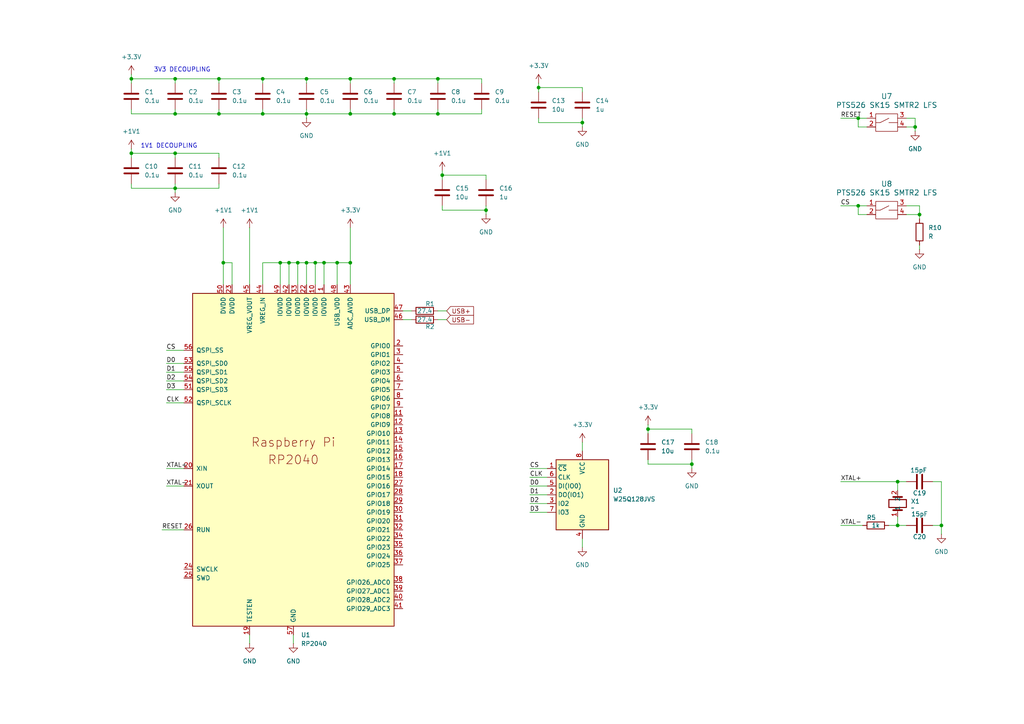
<source format=kicad_sch>
(kicad_sch (version 20231120) (generator "eeschema") (generator_version "8.0")
  (paper "A4")
  (lib_symbols
    (symbol "2024-05-28_14-35-54:PTS526_SK15_SMTR2_LFS" (pin_names (offset 0.254))
      (property "Reference" "U" (at 20.32 10.16 0))
      (property "Value" "PTS526 SK15 SMTR2 LFS" (at 20.32 7.62 0))
      (symbol "PTS526_SK15_SMTR2_LFS_1_1"
        (rectangle (start -3.81 1.27) (end 2.54 -3.81))
        (polyline (pts (xy -3.81 -1.27) (xy -2.54 -1.27)))
        (polyline (pts (xy -2.54 -1.27) (xy 0 0)))
        (polyline (pts (xy 2.54 -1.27) (xy 0 -1.27)))
        (pin passive line (at -6.35 0 0) (length 2.54) (name "") (number "1"))
        (pin passive line (at -6.35 -2.54 0) (length 2.54) (name "") (number "2"))
        (pin passive line (at 5.08 0 180) (length 2.54) (name "") (number "3"))
        (pin passive line (at 5.08 -2.54 180) (length 2.54) (name "") (number "4"))
      )
    )
    (symbol "Device:C" (pin_numbers hide) (pin_names (offset 0.254))
      (property "Reference" "C" (at 0.635 2.54 0))
      (property "Value" "C" (at 0.635 -2.54 0))
      (symbol "C_0_1"
        (polyline (pts (xy -2.032 -0.762) (xy 2.032 -0.762)) (stroke (width 0.508)))
        (polyline (pts (xy -2.032 0.762) (xy 2.032 0.762)) (stroke (width 0.508)))
      )
      (symbol "C_1_1"
        (pin passive line (at 0 3.81 270) (length 2.794) (name "~") (number "1"))
        (pin passive line (at 0 -3.81 90) (length 2.794) (name "~") (number "2"))
      )
    )
    (symbol "Device:R" (pin_numbers hide) (pin_names (offset 0))
      (property "Reference" "R" (at 2.032 0 90))
      (property "Value" "R" (at 0 0 90))
      (symbol "R_0_1"
        (rectangle (start -1.016 -2.54) (end 1.016 2.54) (stroke (width 0.254)))
      )
      (symbol "R_1_1"
        (pin passive line (at 0 3.81 270) (length 1.27) (name "~") (number "1"))
        (pin passive line (at 0 -3.81 90) (length 1.27) (name "~") (number "2"))
      )
    )
    (symbol "Device:XTAL-445"
      (property "Reference" "X" (at 0 0 0))
      (symbol "XTAL-445_0_1"
        (rectangle (start -1.143 -1.27) (end 1.143 -6.35) (stroke (width 0.3048)))
        (polyline (pts (xy -2.54 -3.81) (xy -1.905 -3.81)))
        (polyline (pts (xy -1.905 -5.08) (xy -1.905 -2.54)) (stroke (width 0.508)))
        (polyline (pts (xy 1.905 -5.08) (xy 1.905 -2.54)) (stroke (width 0.508)))
        (polyline (pts (xy 2.54 -3.81) (xy 1.905 -3.81)))
      )
      (symbol "XTAL-445_1_1"
        (pin passive line (at -3.81 -3.81 0) (length 1.27) (name "1") (number "1"))
        (pin passive line (at 3.81 -3.81 180) (length 1.27) (name "2") (number "2"))
      )
    )
    (symbol "MCU_RaspberryPi_RP2040:RP2040" (pin_names (offset 1.016))
      (property "Reference" "U" (at -29.21 49.53 0))
      (property "Value" "RP2040" (at 24.13 -49.53 0))
      (symbol "RP2040_0_0"
        (text "Raspberry Pi" (at 0 5.08 0) (effects (font (size 2.54 2.54))))
        (text "RP2040" (at 0 0 0) (effects (font (size 2.54 2.54))))
      )
      (symbol "RP2040_0_1"
        (rectangle (start 29.21 48.26) (end -29.21 -48.26) (stroke (width 0.254)) (fill (type background)))
      )
      (symbol "RP2040_1_1"
        (pin power_in line (at 8.89 50.8 270) (length 2.54) (name "IOVDD") (number "1"))
        (pin power_in line (at 6.35 50.8 270) (length 2.54) (name "IOVDD") (number "10"))
        (pin bidirectional line (at 31.75 12.7 180) (length 2.54) (name "GPIO8") (number "11"))
        (pin bidirectional line (at 31.75 10.16 180) (length 2.54) (name "GPIO9") (number "12"))
        (pin bidirectional line (at 31.75 7.62 180) (length 2.54) (name "GPIO10") (number "13"))
        (pin bidirectional line (at 31.75 5.08 180) (length 2.54) (name "GPIO11") (number "14"))
        (pin bidirectional line (at 31.75 2.54 180) (length 2.54) (name "GPIO12") (number "15"))
        (pin bidirectional line (at 31.75 0 180) (length 2.54) (name "GPIO13") (number "16"))
        (pin bidirectional line (at 31.75 -2.54 180) (length 2.54) (name "GPIO14") (number "17"))
        (pin bidirectional line (at 31.75 -5.08 180) (length 2.54) (name "GPIO15") (number "18"))
        (pin passive line (at -12.7 -50.8 90) (length 2.54) (name "TESTEN") (number "19"))
        (pin bidirectional line (at 31.75 33.02 180) (length 2.54) (name "GPIO0") (number "2"))
        (pin input line (at -31.75 -2.54 0) (length 2.54) (name "XIN") (number "20"))
        (pin passive line (at -31.75 -7.62 0) (length 2.54) (name "XOUT") (number "21"))
        (pin power_in line (at 3.81 50.8 270) (length 2.54) (name "IOVDD") (number "22"))
        (pin power_in line (at -17.78 50.8 270) (length 2.54) (name "DVDD") (number "23"))
        (pin output line (at -31.75 -31.75 0) (length 2.54) (name "SWCLK") (number "24"))
        (pin bidirectional line (at -31.75 -34.29 0) (length 2.54) (name "SWD") (number "25"))
        (pin input line (at -31.75 -20.32 0) (length 2.54) (name "RUN") (number "26"))
        (pin bidirectional line (at 31.75 -7.62 180) (length 2.54) (name "GPIO16") (number "27"))
        (pin bidirectional line (at 31.75 -10.16 180) (length 2.54) (name "GPIO17") (number "28"))
        (pin bidirectional line (at 31.75 -12.7 180) (length 2.54) (name "GPIO18") (number "29"))
        (pin bidirectional line (at 31.75 30.48 180) (length 2.54) (name "GPIO1") (number "3"))
        (pin bidirectional line (at 31.75 -15.24 180) (length 2.54) (name "GPIO19") (number "30"))
        (pin bidirectional line (at 31.75 -17.78 180) (length 2.54) (name "GPIO20") (number "31"))
        (pin bidirectional line (at 31.75 -20.32 180) (length 2.54) (name "GPIO21") (number "32"))
        (pin power_in line (at 1.27 50.8 270) (length 2.54) (name "IOVDD") (number "33"))
        (pin bidirectional line (at 31.75 -22.86 180) (length 2.54) (name "GPIO22") (number "34"))
        (pin bidirectional line (at 31.75 -25.4 180) (length 2.54) (name "GPIO23") (number "35"))
        (pin bidirectional line (at 31.75 -27.94 180) (length 2.54) (name "GPIO24") (number "36"))
        (pin bidirectional line (at 31.75 -30.48 180) (length 2.54) (name "GPIO25") (number "37"))
        (pin bidirectional line (at 31.75 -35.56 180) (length 2.54) (name "GPIO26_ADC0") (number "38"))
        (pin bidirectional line (at 31.75 -38.1 180) (length 2.54) (name "GPIO27_ADC1") (number "39"))
        (pin bidirectional line (at 31.75 27.94 180) (length 2.54) (name "GPIO2") (number "4"))
        (pin bidirectional line (at 31.75 -40.64 180) (length 2.54) (name "GPIO28_ADC2") (number "40"))
        (pin bidirectional line (at 31.75 -43.18 180) (length 2.54) (name "GPIO29_ADC3") (number "41"))
        (pin power_in line (at -1.27 50.8 270) (length 2.54) (name "IOVDD") (number "42"))
        (pin power_in line (at 16.51 50.8 270) (length 2.54) (name "ADC_AVDD") (number "43"))
        (pin power_in line (at -8.89 50.8 270) (length 2.54) (name "VREG_IN") (number "44"))
        (pin power_out line (at -12.7 50.8 270) (length 2.54) (name "VREG_VOUT") (number "45"))
        (pin bidirectional line (at 31.75 40.64 180) (length 2.54) (name "USB_DM") (number "46"))
        (pin bidirectional line (at 31.75 43.18 180) (length 2.54) (name "USB_DP") (number "47"))
        (pin power_in line (at 12.7 50.8 270) (length 2.54) (name "USB_VDD") (number "48"))
        (pin power_in line (at -3.81 50.8 270) (length 2.54) (name "IOVDD") (number "49"))
        (pin bidirectional line (at 31.75 25.4 180) (length 2.54) (name "GPIO3") (number "5"))
        (pin power_in line (at -20.32 50.8 270) (length 2.54) (name "DVDD") (number "50"))
        (pin bidirectional line (at -31.75 20.32 0) (length 2.54) (name "QSPI_SD3") (number "51"))
        (pin output line (at -31.75 16.51 0) (length 2.54) (name "QSPI_SCLK") (number "52"))
        (pin bidirectional line (at -31.75 27.94 0) (length 2.54) (name "QSPI_SD0") (number "53"))
        (pin bidirectional line (at -31.75 22.86 0) (length 2.54) (name "QSPI_SD2") (number "54"))
        (pin bidirectional line (at -31.75 25.4 0) (length 2.54) (name "QSPI_SD1") (number "55"))
        (pin bidirectional line (at -31.75 31.75 0) (length 2.54) (name "QSPI_SS") (number "56"))
        (pin power_in line (at 0 -50.8 90) (length 2.54) (name "GND") (number "57"))
        (pin bidirectional line (at 31.75 22.86 180) (length 2.54) (name "GPIO4") (number "6"))
        (pin bidirectional line (at 31.75 20.32 180) (length 2.54) (name "GPIO5") (number "7"))
        (pin bidirectional line (at 31.75 17.78 180) (length 2.54) (name "GPIO6") (number "8"))
        (pin bidirectional line (at 31.75 15.24 180) (length 2.54) (name "GPIO7") (number "9"))
      )
    )
    (symbol "Memory_Flash:W25Q128JVS"
      (property "Reference" "U" (at -8.89 8.89 0))
      (property "Value" "W25Q128JVS" (at 7.62 8.89 0))
      (symbol "W25Q128JVS_0_1"
        (rectangle (start -7.62 10.16) (end 7.62 -10.16) (stroke (width 0.254)) (fill (type background)))
      )
      (symbol "W25Q128JVS_1_1"
        (pin input line (at -10.16 7.62 0) (length 2.54) (name "~{CS}") (number "1"))
        (pin bidirectional line (at -10.16 0 0) (length 2.54) (name "DO(IO1)") (number "2"))
        (pin bidirectional line (at -10.16 -2.54 0) (length 2.54) (name "IO2") (number "3"))
        (pin power_in line (at 0 -12.7 90) (length 2.54) (name "GND") (number "4"))
        (pin bidirectional line (at -10.16 2.54 0) (length 2.54) (name "DI(IO0)") (number "5"))
        (pin input line (at -10.16 5.08 0) (length 2.54) (name "CLK") (number "6"))
        (pin bidirectional line (at -10.16 -5.08 0) (length 2.54) (name "IO3") (number "7"))
        (pin power_in line (at 0 12.7 270) (length 2.54) (name "VCC") (number "8"))
      )
    )
    (symbol "power:+1V1" (power) (pin_numbers hide) (pin_names (offset 0) hide)
      (property "Value" "+1V1" (at 0 3.556 0))
      (symbol "+1V1_0_1"
        (polyline (pts (xy -0.762 1.27) (xy 0 2.54)))
        (polyline (pts (xy 0 0) (xy 0 2.54)))
        (polyline (pts (xy 0 2.54) (xy 0.762 1.27)))
      )
      (symbol "+1V1_1_1"
        (pin power_in line (at 0 0 90) (length 0) (name "~") (number "1"))
      )
    )
    (symbol "power:+3.3V" (power) (pin_numbers hide) (pin_names (offset 0) hide)
      (property "Value" "+3.3V" (at 0 3.556 0))
      (symbol "+3.3V_0_1"
        (polyline (pts (xy -0.762 1.27) (xy 0 2.54)))
        (polyline (pts (xy 0 0) (xy 0 2.54)))
        (polyline (pts (xy 0 2.54) (xy 0.762 1.27)))
      )
      (symbol "+3.3V_1_1"
        (pin power_in line (at 0 0 90) (length 0) (name "~") (number "1"))
      )
    )
    (symbol "power:GND" (power) (pin_numbers hide) (pin_names (offset 0) hide)
      (property "Value" "GND" (at 0 -3.81 0))
      (symbol "GND_0_1"
        (polyline (pts (xy 0 0) (xy 0 -1.27) (xy 1.27 -1.27) (xy 0 -2.54) (xy -1.27 -1.27) (xy 0 -1.27)))
      )
      (symbol "GND_1_1"
        (pin power_in line (at 0 0 270) (length 0) (name "~") (number "1"))
      )
    )
  )
  (junction (at 187.96 124.46))
  (junction (at 63.5 33.02))
  (junction (at 76.2 33.02))
  (junction (at 50.8 54.61))
  (junction (at 168.91 35.56))
  (junction (at 140.97 60.96))
  (junction (at 97.79 76.2))
  (junction (at 266.7 62.23))
  (junction (at 127 22.86))
  (junction (at 248.92 59.69))
  (junction (at 38.1 22.86))
  (junction (at 50.8 44.45))
  (junction (at 273.05 152.4))
  (junction (at 88.9 22.86))
  (junction (at 114.3 22.86))
  (junction (at 156.21 25.4))
  (junction (at 50.8 22.86))
  (junction (at 101.6 76.2))
  (junction (at 200.66 134.62))
  (junction (at 128.27 50.8))
  (junction (at 93.98 76.2))
  (junction (at 265.43 36.83))
  (junction (at 114.3 33.02))
  (junction (at 260.35 152.4))
  (junction (at 101.6 33.02))
  (junction (at 64.77 76.2))
  (junction (at 91.44 76.2))
  (junction (at 101.6 22.86))
  (junction (at 63.5 22.86))
  (junction (at 86.36 76.2))
  (junction (at 81.28 76.2))
  (junction (at 50.8 33.02))
  (junction (at 248.92 34.29))
  (junction (at 127 33.02))
  (junction (at 88.9 33.02))
  (junction (at 83.82 76.2))
  (junction (at 76.2 22.86))
  (junction (at 38.1 44.45))
  (junction (at 88.9 76.2))
  (junction (at 260.35 139.7))
  (wire (pts (xy 38.1 33.02) (xy 38.1 31.75)))
  (wire (pts (xy 97.79 82.55) (xy 97.79 76.2)))
  (wire (pts (xy 200.66 134.62) (xy 200.66 135.89)))
  (wire (pts (xy 266.7 71.12) (xy 266.7 72.39)))
  (wire (pts (xy 38.1 21.59) (xy 38.1 22.86)))
  (wire (pts (xy 50.8 53.34) (xy 50.8 54.61)))
  (wire (pts (xy 63.5 22.86) (xy 76.2 22.86)))
  (wire (pts (xy 88.9 76.2) (xy 91.44 76.2)))
  (wire (pts (xy 38.1 22.86) (xy 50.8 22.86)))
  (wire (pts (xy 257.81 152.4) (xy 260.35 152.4)))
  (wire (pts (xy 50.8 54.61) (xy 50.8 55.88)))
  (wire (pts (xy 156.21 35.56) (xy 168.91 35.56)))
  (wire (pts (xy 38.1 45.72) (xy 38.1 44.45)))
  (wire (pts (xy 101.6 33.02) (xy 88.9 33.02)))
  (wire (pts (xy 262.89 36.83) (xy 265.43 36.83)))
  (wire (pts (xy 273.05 152.4) (xy 270.51 152.4)))
  (wire (pts (xy 260.35 139.7) (xy 262.89 139.7)))
  (wire (pts (xy 101.6 31.75) (xy 101.6 33.02)))
  (wire (pts (xy 88.9 31.75) (xy 88.9 33.02)))
  (wire (pts (xy 139.7 31.75) (xy 139.7 33.02)))
  (wire (pts (xy 81.28 76.2) (xy 81.28 82.55)))
  (wire (pts (xy 93.98 76.2) (xy 97.79 76.2)))
  (wire (pts (xy 83.82 76.2) (xy 83.82 82.55)))
  (wire (pts (xy 91.44 82.55) (xy 91.44 76.2)))
  (wire (pts (xy 243.84 59.69) (xy 248.92 59.69)))
  (wire (pts (xy 128.27 49.53) (xy 128.27 50.8)))
  (wire (pts (xy 50.8 22.86) (xy 63.5 22.86)))
  (wire (pts (xy 38.1 44.45) (xy 50.8 44.45)))
  (wire (pts (xy 88.9 33.02) (xy 76.2 33.02)))
  (wire (pts (xy 187.96 124.46) (xy 187.96 125.73)))
  (wire (pts (xy 127 22.86) (xy 127 24.13)))
  (wire (pts (xy 114.3 31.75) (xy 114.3 33.02)))
  (wire (pts (xy 114.3 22.86) (xy 114.3 24.13)))
  (wire (pts (xy 48.26 110.49) (xy 53.34 110.49)))
  (wire (pts (xy 266.7 59.69) (xy 266.7 62.23)))
  (wire (pts (xy 64.77 66.04) (xy 64.77 76.2)))
  (wire (pts (xy 46.99 153.67) (xy 53.34 153.67)))
  (wire (pts (xy 101.6 66.04) (xy 101.6 76.2)))
  (wire (pts (xy 97.79 76.2) (xy 101.6 76.2)))
  (wire (pts (xy 153.67 138.43) (xy 158.75 138.43)))
  (wire (pts (xy 88.9 22.86) (xy 88.9 24.13)))
  (wire (pts (xy 114.3 33.02) (xy 101.6 33.02)))
  (wire (pts (xy 266.7 62.23) (xy 266.7 63.5)))
  (wire (pts (xy 72.39 184.15) (xy 72.39 186.69)))
  (wire (pts (xy 262.89 62.23) (xy 266.7 62.23)))
  (wire (pts (xy 251.46 36.83) (xy 248.92 36.83)))
  (wire (pts (xy 64.77 76.2) (xy 64.77 82.55)))
  (wire (pts (xy 273.05 139.7) (xy 273.05 152.4)))
  (wire (pts (xy 48.26 116.84) (xy 53.34 116.84)))
  (wire (pts (xy 48.26 107.95) (xy 53.34 107.95)))
  (wire (pts (xy 156.21 34.29) (xy 156.21 35.56)))
  (wire (pts (xy 243.84 139.7) (xy 260.35 139.7)))
  (wire (pts (xy 63.5 31.75) (xy 63.5 33.02)))
  (wire (pts (xy 88.9 33.02) (xy 88.9 34.29)))
  (wire (pts (xy 48.26 135.89) (xy 53.34 135.89)))
  (wire (pts (xy 260.35 152.4) (xy 260.35 149.86)))
  (wire (pts (xy 168.91 156.21) (xy 168.91 158.75)))
  (wire (pts (xy 48.26 101.6) (xy 53.34 101.6)))
  (wire (pts (xy 270.51 139.7) (xy 273.05 139.7)))
  (wire (pts (xy 153.67 143.51) (xy 158.75 143.51)))
  (wire (pts (xy 67.31 76.2) (xy 64.77 76.2)))
  (wire (pts (xy 128.27 60.96) (xy 140.97 60.96)))
  (wire (pts (xy 128.27 59.69) (xy 128.27 60.96)))
  (wire (pts (xy 48.26 140.97) (xy 53.34 140.97)))
  (wire (pts (xy 91.44 76.2) (xy 93.98 76.2)))
  (wire (pts (xy 50.8 54.61) (xy 63.5 54.61)))
  (wire (pts (xy 262.89 152.4) (xy 260.35 152.4)))
  (wire (pts (xy 140.97 60.96) (xy 140.97 62.23)))
  (wire (pts (xy 139.7 33.02) (xy 127 33.02)))
  (wire (pts (xy 243.84 34.29) (xy 248.92 34.29)))
  (wire (pts (xy 140.97 59.69) (xy 140.97 60.96)))
  (wire (pts (xy 76.2 33.02) (xy 63.5 33.02)))
  (wire (pts (xy 153.67 135.89) (xy 158.75 135.89)))
  (wire (pts (xy 86.36 76.2) (xy 88.9 76.2)))
  (wire (pts (xy 156.21 25.4) (xy 168.91 25.4)))
  (wire (pts (xy 153.67 140.97) (xy 158.75 140.97)))
  (wire (pts (xy 63.5 33.02) (xy 50.8 33.02)))
  (wire (pts (xy 48.26 113.03) (xy 53.34 113.03)))
  (wire (pts (xy 200.66 125.73) (xy 200.66 124.46)))
  (wire (pts (xy 156.21 24.13) (xy 156.21 25.4)))
  (wire (pts (xy 248.92 36.83) (xy 248.92 34.29)))
  (wire (pts (xy 127 22.86) (xy 139.7 22.86)))
  (wire (pts (xy 38.1 54.61) (xy 50.8 54.61)))
  (wire (pts (xy 76.2 82.55) (xy 76.2 76.2)))
  (wire (pts (xy 187.96 133.35) (xy 187.96 134.62)))
  (wire (pts (xy 265.43 34.29) (xy 262.89 34.29)))
  (wire (pts (xy 127 31.75) (xy 127 33.02)))
  (wire (pts (xy 128.27 50.8) (xy 128.27 52.07)))
  (wire (pts (xy 81.28 76.2) (xy 83.82 76.2)))
  (wire (pts (xy 187.96 124.46) (xy 200.66 124.46)))
  (wire (pts (xy 101.6 22.86) (xy 101.6 24.13)))
  (wire (pts (xy 83.82 76.2) (xy 86.36 76.2)))
  (wire (pts (xy 50.8 22.86) (xy 50.8 24.13)))
  (wire (pts (xy 248.92 62.23) (xy 248.92 59.69)))
  (wire (pts (xy 50.8 31.75) (xy 50.8 33.02)))
  (wire (pts (xy 168.91 128.27) (xy 168.91 130.81)))
  (wire (pts (xy 63.5 54.61) (xy 63.5 53.34)))
  (wire (pts (xy 265.43 36.83) (xy 265.43 34.29)))
  (wire (pts (xy 153.67 148.59) (xy 158.75 148.59)))
  (wire (pts (xy 101.6 22.86) (xy 114.3 22.86)))
  (wire (pts (xy 63.5 44.45) (xy 63.5 45.72)))
  (wire (pts (xy 251.46 62.23) (xy 248.92 62.23)))
  (wire (pts (xy 38.1 43.18) (xy 38.1 44.45)))
  (wire (pts (xy 50.8 44.45) (xy 50.8 45.72)))
  (wire (pts (xy 76.2 22.86) (xy 76.2 24.13)))
  (wire (pts (xy 187.96 134.62) (xy 200.66 134.62)))
  (wire (pts (xy 38.1 24.13) (xy 38.1 22.86)))
  (wire (pts (xy 72.39 66.04) (xy 72.39 82.55)))
  (wire (pts (xy 88.9 76.2) (xy 88.9 82.55)))
  (wire (pts (xy 168.91 35.56) (xy 168.91 36.83)))
  (wire (pts (xy 116.84 92.71) (xy 119.38 92.71)))
  (wire (pts (xy 243.84 152.4) (xy 250.19 152.4)))
  (wire (pts (xy 168.91 26.67) (xy 168.91 25.4)))
  (wire (pts (xy 127 92.71) (xy 129.54 92.71)))
  (wire (pts (xy 127 33.02) (xy 114.3 33.02)))
  (wire (pts (xy 187.96 123.19) (xy 187.96 124.46)))
  (wire (pts (xy 38.1 53.34) (xy 38.1 54.61)))
  (wire (pts (xy 50.8 33.02) (xy 38.1 33.02)))
  (wire (pts (xy 128.27 50.8) (xy 140.97 50.8)))
  (wire (pts (xy 86.36 76.2) (xy 86.36 82.55)))
  (wire (pts (xy 260.35 142.24) (xy 260.35 139.7)))
  (wire (pts (xy 101.6 76.2) (xy 101.6 82.55)))
  (wire (pts (xy 67.31 76.2) (xy 67.31 82.55)))
  (wire (pts (xy 156.21 25.4) (xy 156.21 26.67)))
  (wire (pts (xy 273.05 152.4) (xy 273.05 154.94)))
  (wire (pts (xy 76.2 76.2) (xy 81.28 76.2)))
  (wire (pts (xy 88.9 22.86) (xy 101.6 22.86)))
  (wire (pts (xy 48.26 105.41) (xy 53.34 105.41)))
  (wire (pts (xy 116.84 90.17) (xy 119.38 90.17)))
  (wire (pts (xy 114.3 22.86) (xy 127 22.86)))
  (wire (pts (xy 76.2 22.86) (xy 88.9 22.86)))
  (wire (pts (xy 139.7 22.86) (xy 139.7 24.13)))
  (wire (pts (xy 63.5 22.86) (xy 63.5 24.13)))
  (wire (pts (xy 127 90.17) (xy 129.54 90.17)))
  (wire (pts (xy 85.09 184.15) (xy 85.09 186.69)))
  (wire (pts (xy 76.2 31.75) (xy 76.2 33.02)))
  (wire (pts (xy 168.91 35.56) (xy 168.91 34.29)))
  (wire (pts (xy 265.43 38.1) (xy 265.43 36.83)))
  (wire (pts (xy 50.8 44.45) (xy 63.5 44.45)))
  (wire (pts (xy 248.92 34.29) (xy 251.46 34.29)))
  (wire (pts (xy 140.97 52.07) (xy 140.97 50.8)))
  (wire (pts (xy 93.98 76.2) (xy 93.98 82.55)))
  (wire (pts (xy 200.66 134.62) (xy 200.66 133.35)))
  (wire (pts (xy 248.92 59.69) (xy 251.46 59.69)))
  (wire (pts (xy 153.67 146.05) (xy 158.75 146.05)))
  (wire (pts (xy 262.89 59.69) (xy 266.7 59.69)))
  (text "3V3 DECOUPLING" (at 52.832 20.32 0) (effects (font (size 1.27 1.27))))
  (text "1V1 DECOUPLING" (at 49.022 42.418 0) (effects (font (size 1.27 1.27))))
  (label "D2" (at 48.26 110.49 0))
  (label "CS" (at 48.26 101.6 0))
  (label "CLK" (at 48.26 116.84 0))
  (label "D3" (at 48.26 113.03 0))
  (label "D3" (at 153.67 148.59 0))
  (label "XTAL+" (at 48.26 135.89 0))
  (label "XTAL-" (at 243.84 152.4 0))
  (label "D1" (at 48.26 107.95 0))
  (label "CS" (at 153.67 135.89 0))
  (label "D0" (at 48.26 105.41 0))
  (label "XTAL-" (at 48.26 140.97 0))
  (label "CLK" (at 153.67 138.43 0))
  (label "CS" (at 243.84 59.69 0))
  (label "RESET" (at 243.84 34.29 0))
  (label "XTAL+" (at 243.84 139.7 0))
  (label "D1" (at 153.67 143.51 0))
  (label "RESET" (at 46.99 153.67 0))
  (label "D2" (at 153.67 146.05 0))
  (label "D0" (at 153.67 140.97 0))
  (global_label "USB-" (shape input) (at 129.54 92.71 0) (property "Intersheetrefs" "${INTERSHEET_REFS}" (effects (hide yes))))
  (global_label "USB+" (shape input) (at 129.54 90.17 0) (property "Intersheetrefs" "${INTERSHEET_REFS}" (effects (hide yes))))
  (symbol (lib_id "power:+1V1") (at 72.39 66.04 0) (unit 1)
    (property "Reference" "#PWR01" (effects (hide yes)))
    (property "Value" "+1V1" (at 72.39 60.96 0))
    (property "Description" "Power symbol creates a global label with name \"+1V1\"" (effects (hide yes)))
  )
  (symbol (lib_id "Device:R") (at 266.7 67.31 0) (unit 1)
    (property "Reference" "R10" (at 269.24 66.0399 0) (effects (justify left)))
    (property "Value" "R" (at 269.24 68.5799 0) (effects (justify left)))
    (property "Footprint" "Resistor_SMD:R_0805_2012Metric_Pad1.20x1.40mm_HandSolder" (effects (hide yes)))
    (property "Description" "Resistor" (effects (hide yes)))
  )
  (symbol (lib_id "Device:C") (at 63.5 27.94 0) (unit 1)
    (property "Reference" "C3" (at 67.31 26.6699 0) (effects (justify left)))
    (property "Value" "0.1u" (at 67.31 29.2099 0) (effects (justify left)))
    (property "Footprint" "Capacitor_SMD:C_0402_1005Metric_Pad0.74x0.62mm_HandSolder" (effects (hide yes)))
    (property "Description" "Unpolarized capacitor" (effects (hide yes)))
  )
  (symbol (lib_id "Device:R") (at 123.19 90.17 90) (unit 1)
    (property "Reference" "R1" (at 124.714 88.138 90))
    (property "Value" "27.4" (at 123.19 90.17 90))
    (property "Footprint" "Resistor_SMD:R_0603_1608Metric_Pad0.98x0.95mm_HandSolder" (effects (hide yes)))
    (property "Description" "Resistor" (effects (hide yes)))
  )
  (symbol (lib_id "power:GND") (at 72.39 186.69 0) (unit 1)
    (property "Reference" "#PWR03" (effects (hide yes)))
    (property "Value" "GND" (at 72.39 191.77 0))
    (property "Description" "Power symbol creates a global label with name \"GND\" , ground" (effects (hide yes)))
  )
  (symbol (lib_id "power:+3.3V") (at 187.96 123.19 0) (unit 1)
    (property "Reference" "#PWR016" (effects (hide yes)))
    (property "Value" "+3.3V" (at 187.96 118.11 0))
    (property "Description" "Power symbol creates a global label with name \"+3.3V\"" (effects (hide yes)))
  )
  (symbol (lib_id "MCU_RaspberryPi_RP2040:RP2040") (at 85.09 133.35 0) (unit 1)
    (property "Reference" "U1" (at 87.2841 184.15 0) (effects (justify left)))
    (property "Value" "RP2040" (at 87.2841 186.69 0) (effects (justify left)))
    (property "Footprint" "RP2040_minimal_r2:RP2040-QFN-56" (effects (hide yes)))
  )
  (symbol (lib_id "Device:C") (at 187.96 129.54 0) (unit 1)
    (property "Reference" "C17" (at 191.77 128.2699 0) (effects (justify left)))
    (property "Value" "10u" (at 191.77 130.8099 0) (effects (justify left)))
    (property "Footprint" "Capacitor_SMD:C_0805_2012Metric_Pad1.18x1.45mm_HandSolder" (effects (hide yes)))
    (property "Description" "Unpolarized capacitor" (effects (hide yes)))
  )
  (symbol (lib_id "power:+3.3V") (at 38.1 21.59 0) (unit 1)
    (property "Reference" "#PWR09" (effects (hide yes)))
    (property "Value" "+3.3V" (at 38.1 16.51 0))
    (property "Description" "Power symbol creates a global label with name \"+3.3V\"" (effects (hide yes)))
  )
  (symbol (lib_id "Device:C") (at 139.7 27.94 0) (unit 1)
    (property "Reference" "C9" (at 143.51 26.6699 0) (effects (justify left)))
    (property "Value" "0.1u" (at 143.51 29.2099 0) (effects (justify left)))
    (property "Footprint" "Capacitor_SMD:C_0402_1005Metric_Pad0.74x0.62mm_HandSolder" (effects (hide yes)))
    (property "Description" "Unpolarized capacitor" (effects (hide yes)))
  )
  (symbol (lib_id "power:GND") (at 273.05 154.94 0) (unit 1)
    (property "Reference" "#PWR025" (effects (hide yes)))
    (property "Value" "GND" (at 273.05 160.02 0))
    (property "Description" "Power symbol creates a global label with name \"GND\" , ground" (effects (hide yes)))
  )
  (symbol (lib_id "Device:C") (at 50.8 27.94 0) (unit 1)
    (property "Reference" "C2" (at 54.61 26.6699 0) (effects (justify left)))
    (property "Value" "0.1u" (at 54.61 29.2099 0) (effects (justify left)))
    (property "Footprint" "Capacitor_SMD:C_0402_1005Metric_Pad0.74x0.62mm_HandSolder" (effects (hide yes)))
    (property "Description" "Unpolarized capacitor" (effects (hide yes)))
  )
  (symbol (lib_id "Device:C") (at 266.7 139.7 90) (unit 1)
    (property "Reference" "C19" (at 266.7 143.002 90))
    (property "Value" "15pF" (at 266.446 136.398 90))
    (property "Footprint" "Capacitor_SMD:C_0402_1005Metric_Pad0.74x0.62mm_HandSolder" (effects (hide yes)))
    (property "Description" "Unpolarized capacitor" (effects (hide yes)))
  )
  (symbol (lib_id "Device:C") (at 101.6 27.94 0) (unit 1)
    (property "Reference" "C6" (at 105.41 26.6699 0) (effects (justify left)))
    (property "Value" "0.1u" (at 105.41 29.2099 0) (effects (justify left)))
    (property "Footprint" "Capacitor_SMD:C_0402_1005Metric_Pad0.74x0.62mm_HandSolder" (effects (hide yes)))
    (property "Description" "Unpolarized capacitor" (effects (hide yes)))
  )
  (symbol (lib_id "power:GND") (at 50.8 55.88 0) (unit 1)
    (property "Reference" "#PWR010" (effects (hide yes)))
    (property "Value" "GND" (at 50.8 60.96 0))
    (property "Description" "Power symbol creates a global label with name \"GND\" , ground" (effects (hide yes)))
  )
  (symbol (lib_id "Device:C") (at 266.7 152.4 90) (unit 1)
    (property "Reference" "C20" (at 266.7 155.702 90))
    (property "Value" "15pF" (at 266.7 149.098 90))
    (property "Footprint" "Capacitor_SMD:C_0402_1005Metric_Pad0.74x0.62mm_HandSolder" (effects (hide yes)))
    (property "Description" "Unpolarized capacitor" (effects (hide yes)))
  )
  (symbol (lib_id "power:+1V1") (at 128.27 49.53 0) (unit 1)
    (property "Reference" "#PWR014" (effects (hide yes)))
    (property "Value" "+1V1" (at 128.27 44.45 0))
    (property "Description" "Power symbol creates a global label with name \"+1V1\"" (effects (hide yes)))
  )
  (symbol (lib_id "Device:R") (at 254 152.4 90) (unit 1)
    (property "Reference" "R5" (at 252.73 150.114 90))
    (property "Value" "1k" (at 254 152.4 90))
    (property "Footprint" "Resistor_SMD:R_0805_2012Metric_Pad1.20x1.40mm_HandSolder" (effects (hide yes)))
    (property "Description" "Resistor" (effects (hide yes)))
  )
  (symbol (lib_id "power:GND") (at 266.7 72.39 0) (unit 1)
    (property "Reference" "#PWR040" (effects (hide yes)))
    (property "Value" "GND" (at 266.7 77.47 0))
    (property "Description" "Power symbol creates a global label with name \"GND\" , ground" (effects (hide yes)))
  )
  (symbol (lib_id "power:GND") (at 85.09 186.69 0) (unit 1)
    (property "Reference" "#PWR04" (effects (hide yes)))
    (property "Value" "GND" (at 85.09 191.77 0))
    (property "Description" "Power symbol creates a global label with name \"GND\" , ground" (effects (hide yes)))
  )
  (symbol (lib_id "Device:C") (at 114.3 27.94 0) (unit 1)
    (property "Reference" "C7" (at 118.11 26.6699 0) (effects (justify left)))
    (property "Value" "0.1u" (at 118.11 29.2099 0) (effects (justify left)))
    (property "Footprint" "Capacitor_SMD:C_0402_1005Metric_Pad0.74x0.62mm_HandSolder" (effects (hide yes)))
    (property "Description" "Unpolarized capacitor" (effects (hide yes)))
  )
  (symbol (lib_id "Memory_Flash:W25Q128JVS") (at 168.91 143.51 0) (unit 1)
    (property "Reference" "U2" (at 177.8 142.2399 0) (effects (justify left)))
    (property "Value" "W25Q128JVS" (at 177.8 144.7799 0) (effects (justify left)))
    (property "Footprint" "Package_SO:SOIC-8_5.23x5.23mm_P1.27mm" (effects (hide yes)))
    (property "Datasheet" "http://www.winbond.com/resource-files/w25q128jv_dtr%20revc%2003272018%20plus.pdf" (effects (hide yes)))
    (property "Description" "128Mb Serial Flash Memory, Standard/Dual/Quad SPI, SOIC-8" (effects (hide yes)))
  )
  (symbol (lib_id "power:+1V1") (at 38.1 43.18 0) (unit 1)
    (property "Reference" "#PWR08" (effects (hide yes)))
    (property "Value" "+1V1" (at 38.1 38.1 0))
    (property "Description" "Power symbol creates a global label with name \"+1V1\"" (effects (hide yes)))
  )
  (symbol (lib_id "power:+1V1") (at 64.77 66.04 0) (unit 1)
    (property "Reference" "#PWR07" (effects (hide yes)))
    (property "Value" "+1V1" (at 64.77 60.96 0))
    (property "Description" "Power symbol creates a global label with name \"+1V1\"" (effects (hide yes)))
  )
  (symbol (lib_id "Device:R") (at 123.19 92.71 90) (unit 1)
    (property "Reference" "R2" (at 124.714 94.742 90))
    (property "Value" "27.4" (at 123.19 92.71 90))
    (property "Footprint" "Resistor_SMD:R_0603_1608Metric_Pad0.98x0.95mm_HandSolder" (effects (hide yes)))
    (property "Description" "Resistor" (effects (hide yes)))
  )
  (symbol (lib_id "Device:XTAL-445") (at 256.54 146.05 90) (unit 1)
    (property "Reference" "X1" (at 264.16 145.4149 90) (effects (justify right)))
    (property "Value" "~" (at 264.16 147.32 90) (effects (justify right)))
    (property "Footprint" "custom:XTAL-445" (effects (hide yes)))
  )
  (symbol (lib_id "Device:C") (at 50.8 49.53 0) (unit 1)
    (property "Reference" "C11" (at 54.61 48.2599 0) (effects (justify left)))
    (property "Value" "0.1u" (at 54.61 50.7999 0) (effects (justify left)))
    (property "Footprint" "Capacitor_SMD:C_0402_1005Metric_Pad0.74x0.62mm_HandSolder" (effects (hide yes)))
    (property "Description" "Unpolarized capacitor" (effects (hide yes)))
  )
  (symbol (lib_id "Device:C") (at 127 27.94 0) (unit 1)
    (property "Reference" "C8" (at 130.81 26.6699 0) (effects (justify left)))
    (property "Value" "0.1u" (at 130.81 29.2099 0) (effects (justify left)))
    (property "Footprint" "Capacitor_SMD:C_0402_1005Metric_Pad0.74x0.62mm_HandSolder" (effects (hide yes)))
    (property "Description" "Unpolarized capacitor" (effects (hide yes)))
  )
  (symbol (lib_id "Device:C") (at 140.97 55.88 0) (unit 1)
    (property "Reference" "C16" (at 144.78 54.6099 0) (effects (justify left)))
    (property "Value" "1u" (at 144.78 57.1499 0) (effects (justify left)))
    (property "Footprint" "Capacitor_SMD:C_0805_2012Metric_Pad1.18x1.45mm_HandSolder" (effects (hide yes)))
    (property "Description" "Unpolarized capacitor" (effects (hide yes)))
  )
  (symbol (lib_id "Device:C") (at 168.91 30.48 0) (unit 1)
    (property "Reference" "C14" (at 172.72 29.2099 0) (effects (justify left)))
    (property "Value" "1u" (at 172.72 31.7499 0) (effects (justify left)))
    (property "Footprint" "Capacitor_SMD:C_0805_2012Metric_Pad1.18x1.45mm_HandSolder" (effects (hide yes)))
    (property "Description" "Unpolarized capacitor" (effects (hide yes)))
  )
  (symbol (lib_id "power:+3.3V") (at 156.21 24.13 0) (unit 1)
    (property "Reference" "#PWR012" (effects (hide yes)))
    (property "Value" "+3.3V" (at 156.21 19.05 0))
    (property "Description" "Power symbol creates a global label with name \"+3.3V\"" (effects (hide yes)))
  )
  (symbol (lib_id "power:GND") (at 168.91 36.83 0) (unit 1)
    (property "Reference" "#PWR013" (effects (hide yes)))
    (property "Value" "GND" (at 168.91 41.91 0))
    (property "Description" "Power symbol creates a global label with name \"GND\" , ground" (effects (hide yes)))
  )
  (symbol (lib_id "power:GND") (at 265.43 38.1 0) (unit 1)
    (property "Reference" "#PWR039" (effects (hide yes)))
    (property "Value" "GND" (at 265.43 43.18 0))
    (property "Description" "Power symbol creates a global label with name \"GND\" , ground" (effects (hide yes)))
  )
  (symbol (lib_id "Device:C") (at 156.21 30.48 0) (unit 1)
    (property "Reference" "C13" (at 160.02 29.2099 0) (effects (justify left)))
    (property "Value" "10u" (at 160.02 31.7499 0) (effects (justify left)))
    (property "Footprint" "Capacitor_SMD:C_0805_2012Metric_Pad1.18x1.45mm_HandSolder" (effects (hide yes)))
    (property "Description" "Unpolarized capacitor" (effects (hide yes)))
  )
  (symbol (lib_id "Device:C") (at 88.9 27.94 0) (unit 1)
    (property "Reference" "C5" (at 92.71 26.6699 0) (effects (justify left)))
    (property "Value" "0.1u" (at 92.71 29.2099 0) (effects (justify left)))
    (property "Footprint" "Capacitor_SMD:C_0402_1005Metric_Pad0.74x0.62mm_HandSolder" (effects (hide yes)))
    (property "Description" "Unpolarized capacitor" (effects (hide yes)))
  )
  (symbol (lib_id "power:GND") (at 88.9 34.29 0) (unit 1)
    (property "Reference" "#PWR011" (effects (hide yes)))
    (property "Value" "GND" (at 88.9 39.37 0))
    (property "Description" "Power symbol creates a global label with name \"GND\" , ground" (effects (hide yes)))
  )
  (symbol (lib_id "Device:C") (at 38.1 49.53 0) (unit 1)
    (property "Reference" "C10" (at 41.91 48.2599 0) (effects (justify left)))
    (property "Value" "0.1u" (at 41.91 50.7999 0) (effects (justify left)))
    (property "Footprint" "Capacitor_SMD:C_0402_1005Metric_Pad0.74x0.62mm_HandSolder" (effects (hide yes)))
    (property "Description" "Unpolarized capacitor" (effects (hide yes)))
  )
  (symbol (lib_id "power:+3.3V") (at 168.91 128.27 0) (unit 1)
    (property "Reference" "#PWR05" (effects (hide yes)))
    (property "Value" "+3.3V" (at 168.91 123.19 0))
    (property "Description" "Power symbol creates a global label with name \"+3.3V\"" (effects (hide yes)))
  )
  (symbol (lib_id "Device:C") (at 76.2 27.94 0) (unit 1)
    (property "Reference" "C4" (at 80.01 26.6699 0) (effects (justify left)))
    (property "Value" "0.1u" (at 80.01 29.2099 0) (effects (justify left)))
    (property "Footprint" "Capacitor_SMD:C_0402_1005Metric_Pad0.74x0.62mm_HandSolder" (effects (hide yes)))
    (property "Description" "Unpolarized capacitor" (effects (hide yes)))
  )
  (symbol (lib_id "Device:C") (at 38.1 27.94 0) (unit 1)
    (property "Reference" "C1" (at 41.91 26.6699 0) (effects (justify left)))
    (property "Value" "0.1u" (at 41.91 29.2099 0) (effects (justify left)))
    (property "Footprint" "Capacitor_SMD:C_0402_1005Metric_Pad0.74x0.62mm_HandSolder" (effects (hide yes)))
    (property "Description" "Unpolarized capacitor" (effects (hide yes)))
  )
  (symbol (lib_id "2024-05-28_14-35-54:PTS526_SK15_SMTR2_LFS") (at 257.81 34.29 0) (unit 1)
    (property "Reference" "U7" (at 257.175 27.94 0) (effects (font (size 1.524 1.524))))
    (property "Value" "PTS526 SK15 SMTR2 LFS" (at 257.175 30.48 0) (effects (font (size 1.524 1.524))))
    (property "Footprint" "pts526:SMT_FS" (effects (hide yes)))
    (property "Datasheet" "PTS526 SK15 SMTR2 LFS" (effects (hide yes)))
  )
  (symbol (lib_id "power:GND") (at 140.97 62.23 0) (unit 1)
    (property "Reference" "#PWR015" (effects (hide yes)))
    (property "Value" "GND" (at 140.97 67.31 0))
    (property "Description" "Power symbol creates a global label with name \"GND\" , ground" (effects (hide yes)))
  )
  (symbol (lib_id "power:GND") (at 200.66 135.89 0) (unit 1)
    (property "Reference" "#PWR017" (effects (hide yes)))
    (property "Value" "GND" (at 200.66 140.97 0))
    (property "Description" "Power symbol creates a global label with name \"GND\" , ground" (effects (hide yes)))
  )
  (symbol (lib_id "2024-05-28_14-35-54:PTS526_SK15_SMTR2_LFS") (at 257.81 59.69 0) (unit 1)
    (property "Reference" "U8" (at 257.175 53.34 0) (effects (font (size 1.524 1.524))))
    (property "Value" "PTS526 SK15 SMTR2 LFS" (at 257.175 55.88 0) (effects (font (size 1.524 1.524))))
    (property "Footprint" "pts526:SMT_FS" (effects (hide yes)))
    (property "Datasheet" "PTS526 SK15 SMTR2 LFS" (effects (hide yes)))
  )
  (symbol (lib_id "power:+3.3V") (at 101.6 66.04 0) (unit 1)
    (property "Reference" "#PWR02" (effects (hide yes)))
    (property "Value" "+3.3V" (at 101.6 60.96 0))
    (property "Description" "Power symbol creates a global label with name \"+3.3V\"" (effects (hide yes)))
  )
  (symbol (lib_id "power:GND") (at 168.91 158.75 0) (unit 1)
    (property "Reference" "#PWR06" (effects (hide yes)))
    (property "Value" "GND" (at 168.91 163.83 0))
    (property "Description" "Power symbol creates a global label with name \"GND\" , ground" (effects (hide yes)))
  )
  (symbol (lib_id "Device:C") (at 200.66 129.54 0) (unit 1)
    (property "Reference" "C18" (at 204.47 128.2699 0) (effects (justify left)))
    (property "Value" "0.1u" (at 204.47 130.8099 0) (effects (justify left)))
    (property "Footprint" "Capacitor_SMD:C_0402_1005Metric_Pad0.74x0.62mm_HandSolder" (effects (hide yes)))
    (property "Description" "Unpolarized capacitor" (effects (hide yes)))
  )
  (symbol (lib_id "Device:C") (at 128.27 55.88 0) (unit 1)
    (property "Reference" "C15" (at 132.08 54.6099 0) (effects (justify left)))
    (property "Value" "10u" (at 132.08 57.1499 0) (effects (justify left)))
    (property "Footprint" "Capacitor_SMD:C_0805_2012Metric_Pad1.18x1.45mm_HandSolder" (effects (hide yes)))
    (property "Description" "Unpolarized capacitor" (effects (hide yes)))
  )
  (symbol (lib_id "Device:C") (at 63.5 49.53 0) (unit 1)
    (property "Reference" "C12" (at 67.31 48.2599 0) (effects (justify left)))
    (property "Value" "0.1u" (at 67.31 50.7999 0) (effects (justify left)))
    (property "Footprint" "Capacitor_SMD:C_0402_1005Metric_Pad0.74x0.62mm_HandSolder" (effects (hide yes)))
    (property "Description" "Unpolarized capacitor" (effects (hide yes)))
  )
)
</source>
